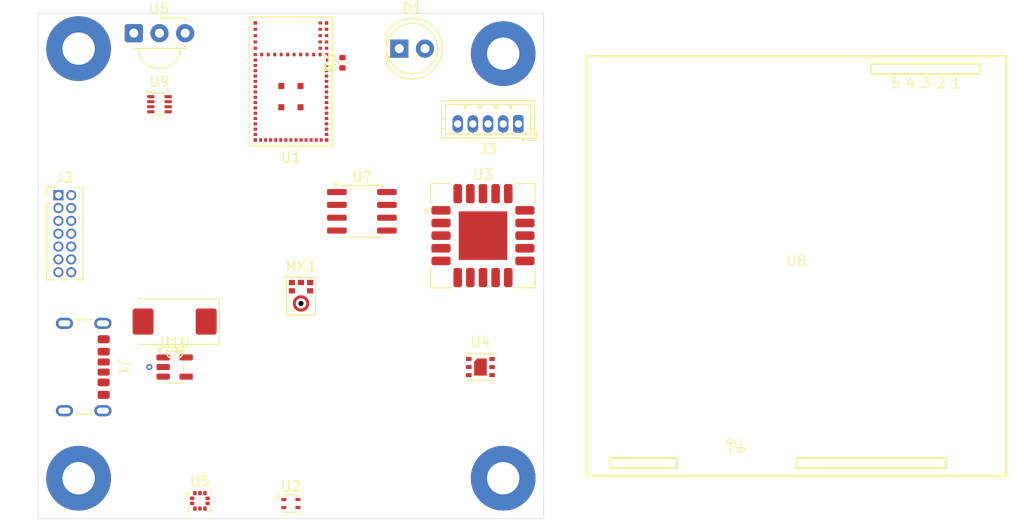
<source format=kicad_pcb>
(kicad_pcb (version 20241229) (generator "pcbnew") (generator_version "9.0")
  (layers (0 "F.Cu" signal) (4 "In1.Cu" power) (6 "In2.Cu" power) (2 "B.Cu" signal) (13 "F.Paste" user) (15 "B.Paste" user) (5 "F.SilkS" user "F.Silkscreen") (7 "B.SilkS" user "B.Silkscreen") (1 "F.Mask" user) (3 "B.Mask" user) (25 "Edge.Cuts" user))
  (net 0 "")
  (net 3 "/VBUS")
  (net 6 "+3.3V")
  (net 7 "Net-(U3-VDD-Pad19)")
  (net 8 "GND")
  (net 9 "Net-(J1-CC1)")
  (net 10 "Net-(J1-CC2)")
  (net 17 "Net-(U1-ANT_IN)")
  (net 34 "Net-(U2-VDD)")
  (net 50 "/indoor_sensors/I2S_SCK")
  (net 51 "/indoor_sensors/I2S_FS")
  (net 52 "/indoor_sensors/I2S_SD")
  (net 53 "/indoor_sensors/SPI_SCLK")
  (net 54 "/indoor_sensors/SPI_MOSI")
  (net 55 "/indoor_sensors/SPI_CS")
  (net 56 "/indoor_sensors/SPI_MISO")
  (net 57 "/indoor_MCU/VCP_TX")
  (net 58 "/indoor_MCU/SWDIO")
  (net 59 "/indoor_MCU/SWO")
  (net 60 "/indoor_MCU/SWCLK")
  (net 61 "/indoor_MCU/NRST")
  (net 62 "/indoor_MCU/VCP_RX")
  (net 63 "/indoor_MCU/ANT")
  (net 64 "/indoor_MCU/VDD_MCU")
  (net 65 "/indoor_MCU/I2S_SCK")
  (net 66 "/indoor_MCU/I2S_FS")
  (net 67 "/indoor_MCU/SPI_CS")
  (net 68 "/indoor_MCU/I2S_SD")
  (net 69 "/indoor_MCU/SPI_MISO")
  (net 70 "/indoor_MCU/SPI_SCLK")
  (net 71 "/indoor_MCU/SPI_MOSI")
  (net 72 "/indoor_MCU/BOOT0")
  (net 75 "I2C3_SCL")
  (net 76 "I2C1_SDA")
  (net 77 "I2C3_SDA")
  (net 78 "I2C1_SCL")
  (net 83 "INT_PRES")
  (net 84 "IR_IN")
  (net 85 "INT_ALS")
  (net 88 "Net-(U10-BP)")
  (net 89 "+5V")
  (footprint "LED_THT:LED_D5.0mm_Clear" (layer "F.Cu") (at 110.725 78.5)
    (property "Reference" "D1" (at 1.27 -3.96 0) (layer "F.SilkS"))
    (property "Value" "IR LED")
    (fp_line (start -1.29 -1.545) (end -1.29 1.545) (stroke (width 0.12)) (layer "F.SilkS"))
    (fp_arc (start -1.29 -1.54483) (mid 2.071779 -2.880495) (end 4.26 0) (stroke (width 0.12)) (layer "F.SilkS"))
    (fp_arc (start 4.26 0) (mid 2.071779 2.880495) (end -1.29 1.54483) (stroke (width 0.12)) (layer "F.SilkS"))
    (fp_circle (center 1.27 0) (end 3.77 0) (stroke (width 0.12)) (fill no) (layer "F.SilkS"))
    (pad "1" thru_hole rect (at 0 0) (size 1.8 1.8) (drill 0.9) (layers "*.Cu" "*.Mask"))
    (pad "2" thru_hole circle (at 2.54 0) (size 1.8 1.8) (drill 0.9) (layers "*.Cu" "*.Mask"))
  )
  (footprint "DWlib:Sensiron_SPS30" (layer "F.Cu") (at 150 100)
    (property "Reference" "U8" (at 0 -0.5 0) (layer "F.SilkS") (effects (font (thickness 0.1))))
    (property "Value" "SPS30")
    (fp_line (start -7 17.5) (end -6 17.5) (stroke (width 0.1)) (layer "F.SilkS"))
    (fp_line (start -6.5 17) (end -7 17.5) (stroke (width 0.1)) (layer "F.SilkS"))
    (fp_line (start -6.5 18.5) (end -6.5 17.5) (stroke (width 0.1)) (layer "F.SilkS"))
    (fp_line (start -6 17.5) (end -6.5 17) (stroke (width 0.1)) (layer "F.SilkS"))
    (fp_line (start -6 18) (end -5.5 18.5) (stroke (width 0.1)) (layer "F.SilkS"))
    (fp_line (start -5.5 17) (end -5.5 18) (stroke (width 0.1)) (layer "F.SilkS"))
    (fp_line (start -5.5 18.5) (end -5 18) (stroke (width 0.1)) (layer "F.SilkS"))
    (fp_line (start -5 18) (end -6 18) (stroke (width 0.1)) (layer "F.SilkS"))
    (fp_rect (start -20.75 20.75) (end 20.75 -20.75) (stroke (width 0.2)) (fill no) (layer "F.SilkS"))
    (fp_rect (start -18.4 20) (end -11.8 19) (stroke (width 0.2)) (fill no) (layer "F.SilkS"))
    (fp_rect (start 0 20) (end 14.8 19) (stroke (width 0.2)) (fill no) (layer "F.SilkS"))
    (fp_rect (start 7.4 -19) (end 18.2 -20) (stroke (width 0.2)) (fill no) (layer "F.SilkS"))
    (fp_text user "2" (at 14.3 -17.5 0) (layer "F.SilkS") (effects (justify bottom)))
    (fp_text user "3" (at 12.8 -17.5 0) (layer "F.SilkS") (effects (justify bottom)))
    (fp_text user "1" (at 15.8 -17.5 0) (layer "F.SilkS") (effects (justify bottom)))
    (fp_text user "5" (at 9.8 -17.5 0) (layer "F.SilkS") (effects (justify bottom)))
    (fp_text user "4" (at 11.3 -17.5 0) (layer "F.SilkS") (effects (justify bottom)))
  )
  (footprint "DWlib:STM32WBA5MMG" (layer "F.Cu") (at 100 81.75)
    (property "Reference" "U1" (at 0 7.5 0) (layer "F.SilkS"))
    (property "Value" "STM32WBA5MMG")
    (fp_rect (start -4.1 -6.35) (end 4.1 6.35) (stroke (width 0.15)) (fill no) (layer "F.SilkS"))
    (pad "1" smd roundrect (at -3.525 -5.785) (size 0.35 0.35) (layers "F.Cu" "F.Mask" "F.Paste") (roundrect_rratio 0.15) (net 8 "GND"))
    (pad "2" smd roundrect (at -3.525 -5.16) (size 0.35 0.3) (layers "F.Cu" "F.Mask" "F.Paste") (roundrect_rratio 0.15) (net 8 "GND"))
    (pad "3" smd roundrect (at -3.525 -4.535) (size 0.35 0.3) (layers "F.Cu" "F.Mask" "F.Paste") (roundrect_rratio 0.15) (net 8 "GND"))
    (pad "4" smd roundrect (at -3.525 -3.91) (size 0.35 0.3) (layers "F.Cu" "F.Mask" "F.Paste") (roundrect_rratio 0.15) (net 8 "GND"))
    (pad "5" smd roundrect (at -3.525 -3.285) (size 0.35 0.3) (layers "F.Cu" "F.Mask" "F.Paste") (roundrect_rratio 0.15) (net 8 "GND"))
    (pad "6" smd roundrect (at -3.525 -2.66) (size 0.35 0.3) (layers "F.Cu" "F.Mask" "F.Paste") (roundrect_rratio 0.15) (net 8 "GND"))
    (pad "7" smd roundrect (at -3.525 -2.11) (size 0.35 0.3) (layers "F.Cu" "F.Mask" "F.Paste") (roundrect_rratio 0.15))
    (pad "8" smd roundrect (at -3.525 -1.585) (size 0.35 0.3) (layers "F.Cu" "F.Mask" "F.Paste") (roundrect_rratio 0.15))
    (pad "9" smd roundrect (at -3.525 -1.06) (size 0.35 0.3) (layers "F.Cu" "F.Mask" "F.Paste") (roundrect_rratio 0.15))
    (pad "10" smd roundrect (at -3.525 -0.535) (size 0.35 0.3) (layers "F.Cu" "F.Mask" "F.Paste") (roundrect_rratio 0.15))
    (pad "11" smd roundrect (at -3.525 -0.01) (size 0.35 0.3) (layers "F.Cu" "F.Mask" "F.Paste") (roundrect_rratio 0.15))
    (pad "12" smd roundrect (at -3.525 0.515) (size 0.35 0.3) (layers "F.Cu" "F.Mask" "F.Paste") (roundrect_rratio 0.15))
    (pad "13" smd roundrect (at -3.525 1.04) (size 0.35 0.3) (layers "F.Cu" "F.Mask" "F.Paste") (roundrect_rratio 0.15))
    (pad "14" smd roundrect (at -3.525 1.565) (size 0.35 0.3) (layers "F.Cu" "F.Mask" "F.Paste") (roundrect_rratio 0.15) (net 77 "I2C3_SDA"))
    (pad "15" smd roundrect (at -3.525 2.09) (size 0.35 0.3) (layers "F.Cu" "F.Mask" "F.Paste") (roundrect_rratio 0.15) (net 75 "I2C3_SCL"))
    (pad "16" smd roundrect (at -3.525 2.615) (size 0.35 0.3) (layers "F.Cu" "F.Mask" "F.Paste") (roundrect_rratio 0.15))
    (pad "17" smd roundrect (at -3.525 3.14) (size 0.35 0.3) (layers "F.Cu" "F.Mask" "F.Paste") (roundrect_rratio 0.15))
    (pad "18" smd roundrect (at -3.525 3.665) (size 0.35 0.3) (layers "F.Cu" "F.Mask" "F.Paste") (roundrect_rratio 0.15) (net 70 "/indoor_MCU/SPI_SCLK"))
    (pad "19" smd roundrect (at -3.525 4.19) (size 0.35 0.3) (layers "F.Cu" "F.Mask" "F.Paste") (roundrect_rratio 0.15) (net 8 "GND"))
    (pad "20" smd roundrect (at -3.525 4.715) (size 0.35 0.3) (layers "F.Cu" "F.Mask" "F.Paste") (roundrect_rratio 0.15) (net 64 "/indoor_MCU/VDD_MCU"))
    (pad "21" smd roundrect (at -3.525 5.24) (size 0.35 0.3) (layers "F.Cu" "F.Mask" "F.Paste") (roundrect_rratio 0.15) (net 8 "GND"))
    (pad "22" smd roundrect (at -3.525 5.79) (size 0.35 0.35) (layers "F.Cu" "F.Mask" "F.Paste") (roundrect_rratio 0.15) (net 64 "/indoor_MCU/VDD_MCU"))
    (pad "23" smd roundrect (at -3 5.79) (size 0.3 0.35) (layers "F.Cu" "F.Mask" "F.Paste") (roundrect_rratio 0.15) (net 8 "GND"))
    (pad "24" smd roundrect (at -2.5 5.79) (size 0.3 0.35) (layers "F.Cu" "F.Mask" "F.Paste") (roundrect_rratio 0.15))
    (pad "25" smd roundrect (at -2 5.79) (size 0.3 0.35) (layers "F.Cu" "F.Mask" "F.Paste") (roundrect_rratio 0.15))
    (pad "26" smd roundrect (at -1.5 5.79) (size 0.3 0.35) (layers "F.Cu" "F.Mask" "F.Paste") (roundrect_rratio 0.15) (net 69 "/indoor_MCU/SPI_MISO"))
    (pad "27" smd roundrect (at -1 5.79) (size 0.3 0.35) (layers "F.Cu" "F.Mask" "F.Paste") (roundrect_rratio 0.15) (net 67 "/indoor_MCU/SPI_CS"))
    (pad "28" smd roundrect (at -0.5 5.79) (size 0.3 0.35) (layers "F.Cu" "F.Mask" "F.Paste") (roundrect_rratio 0.15))
    (pad "29" smd roundrect (at 0 5.79) (size 0.3 0.35) (layers "F.Cu" "F.Mask" "F.Paste") (roundrect_rratio 0.15) (net 71 "/indoor_MCU/SPI_MOSI"))
    (pad "30" smd roundrect (at 0.5 5.79) (size 0.3 0.35) (layers "F.Cu" "F.Mask" "F.Paste") (roundrect_rratio 0.15) (net 65 "/indoor_MCU/I2S_SCK"))
    (pad "31" smd roundrect (at 1 5.79) (size 0.3 0.35) (layers "F.Cu" "F.Mask" "F.Paste") (roundrect_rratio 0.15) (net 68 "/indoor_MCU/I2S_SD"))
    (pad "32" smd roundrect (at 1.5 5.79) (size 0.3 0.35) (layers "F.Cu" "F.Mask" "F.Paste") (roundrect_rratio 0.15) (net 59 "/indoor_MCU/SWO"))
    (pad "33" smd roundrect (at 2 5.79) (size 0.3 0.35) (layers "F.Cu" "F.Mask" "F.Paste") (roundrect_rratio 0.15) (net 66 "/indoor_MCU/I2S_FS"))
    (pad "34" smd roundrect (at 2.5 5.79) (size 0.3 0.35) (layers "F.Cu" "F.Mask" "F.Paste") (roundrect_rratio 0.15))
    (pad "35" smd roundrect (at 3 5.79) (size 0.3 0.35) (layers "F.Cu" "F.Mask" "F.Paste") (roundrect_rratio 0.15))
    (pad "36" smd roundrect (at 3.525 5.79) (size 0.35 0.35) (layers "F.Cu" "F.Mask" "F.Paste") (roundrect_rratio 0.15) (net 8 "GND"))
    (pad "37" smd roundrect (at 3.525 5.24) (size 0.35 0.3) (layers "F.Cu" "F.Mask" "F.Paste") (roundrect_rratio 0.15) (net 60 "/indoor_MCU/SWCLK"))
    (pad "38" smd roundrect (at 3.525 4.715) (size 0.35 0.3) (layers "F.Cu" "F.Mask" "F.Paste") (roundrect_rratio 0.15) (net 58 "/indoor_MCU/SWDIO"))
    (pad "39" smd roundrect (at 3.525 4.19) (size 0.35 0.3) (layers "F.Cu" "F.Mask" "F.Paste") (roundrect_rratio 0.15) (net 57 "/indoor_MCU/VCP_TX"))
    (pad "40" smd roundrect (at 3.525 3.665) (size 0.35 0.3) (layers "F.Cu" "F.Mask" "F.Paste") (roundrect_rratio 0.15) (net 62 "/indoor_MCU/VCP_RX"))
    (pad "41" smd roundrect (at 3.525 3.14) (size 0.35 0.3) (layers "F.Cu" "F.Mask" "F.Paste") (roundrect_rratio 0.15) (net 78 "I2C1_SCL"))
    (pad "42" smd roundrect (at 3.525 2.615) (size 0.35 0.3) (layers "F.Cu" "F.Mask" "F.Paste") (roundrect_rratio 0.15) (net 76 "I2C1_SDA"))
    (pad "43" smd roundrect (at 3.525 2.09) (size 0.35 0.3) (layers "F.Cu" "F.Mask" "F.Paste") (roundrect_rratio 0.15))
    (pad "44" smd roundrect (at 3.525 1.565) (size 0.35 0.3) (layers "F.Cu" "F.Mask" "F.Paste") (roundrect_rratio 0.15))
    (pad "45" smd roundrect (at 3.525 1.04) (size 0.35 0.3) (layers "F.Cu" "F.Mask" "F.Paste") (roundrect_rratio 0.15) (net 8 "GND"))
    (pad "46" smd roundrect (at 3.525 0.515) (size 0.35 0.3) (layers "F.Cu" "F.Mask" "F.Paste") (roundrect_rratio 0.15) (net 72 "/indoor_MCU/BOOT0"))
    (pad "47" smd roundrect (at 3.525 -0.01) (size 0.35 0.3) (layers "F.Cu" "F.Mask" "F.Paste") (roundrect_rratio 0.15) (net 8 "GND"))
    (pad "48" smd roundrect (at 3.525 -0.535) (size 0.35 0.3) (layers "F.Cu" "F.Mask" "F.Paste") (roundrect_rratio 0.15) (net 61 "/indoor_MCU/NRST"))
    (pad "49" smd roundrect (at 3.525 -1.06) (size 0.35 0.3) (layers "F.Cu" "F.Mask" "F.Paste") (roundrect_rratio 0.15) (net 8 "GND"))
    (pad "50" smd roundrect (at 3.525 -1.585) (size 0.35 0.3) (layers "F.Cu" "F.Mask" "F.Paste") (roundrect_rratio 0.15) (net 63 "/indoor_MCU/ANT"))
    (pad "51" smd roundrect (at 3.525 -2.11) (size 0.35 0.3) (layers "F.Cu" "F.Mask" "F.Paste") (roundrect_rratio 0.15) (net 17 "Net-(U1-ANT_IN)"))
    (pad "52" smd roundrect (at 3.525 -2.66) (size 0.35 0.3) (layers "F.Cu" "F.Mask" "F.Paste") (roundrect_rratio 0.15) (net 8 "GND"))
    (pad "53" smd roundrect (at 3.525 -3.285) (size 0.35 0.3) (layers "F.Cu" "F.Mask" "F.Paste") (roundrect_rratio 0.15) (net 8 "GND"))
    (pad "54" smd roundrect (at 3.525 -3.91) (size 0.35 0.3) (layers "F.Cu" "F.Mask" "F.Paste") (roundrect_rratio 0.15) (net 8 "GND"))
    (pad "55" smd roundrect (at 3.525 -4.535) (size 0.35 0.3) (layers "F.Cu" "F.Mask" "F.Paste") (roundrect_rratio 0.15) (net 8 "GND"))
    (pad "56" smd roundrect (at 3.525 -5.16) (size 0.35 0.3) (layers "F.Cu" "F.Mask" "F.Paste") (roundrect_rratio 0.15) (net 8 "GND"))
    (pad "57" smd roundrect (at 3.525 -5.785) (size 0.35 0.35) (layers "F.Cu" "F.Mask" "F.Paste") (roundrect_rratio 0.15) (net 8 "GND"))
    (pad "58" smd roundrect (at 2.9 -5.785) (size 0.35 0.3) (layers "F.Cu" "F.Mask" "F.Paste") (roundrect_rratio 0.15) (net 8 "GND"))
    (pad "59" smd roundrect (at 2.9 -5.16) (size 0.35 0.3) (layers "F.Cu" "F.Mask" "F.Paste") (roundrect_rratio 0.15) (net 8 "GND"))
    (pad "60" smd roundrect (at 2.9 -4.535) (size 0.35 0.3) (layers "F.Cu" "F.Mask" "F.Paste") (roundrect_rratio 0.15) (net 8 "GND"))
    (pad "61" smd roundrect (at 2.9 -3.91) (size 0.35 0.3) (layers "F.Cu" "F.Mask" "F.Paste") (roundrect_rratio 0.15) (net 8 "GND"))
    (pad "62" smd roundrect (at 2.9 -3.285) (size 0.35 0.3) (layers "F.Cu" "F.Mask" "F.Paste") (roundrect_rratio 0.15) (net 8 "GND"))
    (pad "63" smd roundrect (at 2.884 -2.66) (size 0.3 0.35) (layers "F.Cu" "F.Mask" "F.Paste") (roundrect_rratio 0.15) (net 8 "GND"))
    (pad "64" smd roundrect (at 2.243 -2.66) (size 0.3 0.35) (layers "F.Cu" "F.Mask" "F.Paste") (roundrect_rratio 0.15) (net 8 "GND"))
    (pad "65" smd roundrect (at 1.602 -2.66) (size 0.3 0.35) (layers "F.Cu" "F.Mask" "F.Paste") (roundrect_rratio 0.15) (net 8 "GND"))
    (pad "66" smd roundrect (at 0.961 -2.66) (size 0.3 0.35) (layers "F.Cu" "F.Mask" "F.Paste") (roundrect_rratio 0.15) (net 8 "GND"))
    (pad "67" smd roundrect (at 0.32 -2.66) (size 0.3 0.35) (layers "F.Cu" "F.Mask" "F.Paste") (roundrect_rratio 0.15) (net 8 "GND"))
    (pad "68" smd roundrect (at -0.32 -2.66) (size 0.3 0.35) (layers "F.Cu" "F.Mask" "F.Paste") (roundrect_rratio 0.15) (net 8 "GND"))
    (pad "69" smd roundrect (at -0.961 -2.66) (size 0.3 0.35) (layers "F.Cu" "F.Mask" "F.Paste") (roundrect_rratio 0.15) (net 8 "GND"))
    (pad "70" smd roundrect (at -1.602 -2.66) (size 0.3 0.35) (layers "F.Cu" "F.Mask" "F.Paste") (roundrect_rratio 0.15) (net 8 "GND"))
    (pad "71" smd roundrect (at -2.243 -2.66) (size 0.3 0.35) (layers "F.Cu" "F.Mask" "F.Paste") (roundrect_rratio 0.15) (net 8 "GND"))
    (pad "72" smd roundrect (at -2.884 -2.66) (size 0.3 0.35) (layers "F.Cu" "F.Mask" "F.Paste") (roundrect_rratio 0.15) (net 8 "GND"))
    (pad "73" smd roundrect (at 0.95 0.45) (size 0.6 0.6) (layers "F.Cu" "F.Mask" "F.Paste") (roundrect_rratio 0.1) (net 8 "GND"))
    (pad "74" smd roundrect (at 0.95 2.55) (size 0.6 0.6) (layers "F.Cu" "F.Mask" "F.Paste") (roundrect_rratio 0.1) (net 8 "GND"))
    (pad "75" smd roundrect (at -0.95 2.55) (size 0.6 0.6) (layers "F.Cu" "F.Mask" "F.Paste") (roundrect_rratio 0.1) (net 8 "GND"))
    (pad "76" smd roundrect (at -0.95 0.45) (size 0.6 0.6) (layers "F.Cu" "F.Mask" "F.Paste") (roundrect_rratio 0.1) (net 8 "GND"))
  )
  (footprint "MountingHole:MountingHole_3.2mm_M3_Pad" (layer "F.Cu") (at 79 78.5)
    (property "Reference" "REF**" (hide yes))
    (property "Value" "MountingHole_3.2mm_M3_Pad" (hide yes))
    (pad "1" thru_hole circle (at 0 0) (size 6.4 6.4) (drill 3.2) (layers "*.Cu" "*.Mask"))
  )
  (footprint "Connector_PinHeader_1.27mm:PinHeader_2x07_P1.27mm_Vertical" (layer "F.Cu") (at 77 93)
    (property "Reference" "J2" (at 0.635 -1.745 0) (layer "F.SilkS"))
    (property "Value" "Conn_ST_STDC14")
    (fp_line (start -1.18 -0.81) (end 0 -0.81) (stroke (width 0.12)) (layer "F.SilkS"))
    (fp_line (start -1.18 0) (end -1.18 -0.81) (stroke (width 0.12)) (layer "F.SilkS"))
    (fp_line (start -1.18 0.81) (end -1.18 8.365) (stroke (width 0.12)) (layer "F.SilkS"))
    (fp_line (start -1.18 0.81) (end -0.666708 0.81) (stroke (width 0.12)) (layer "F.SilkS"))
    (fp_line (start -1.18 8.365) (end -0.317923 8.365) (stroke (width 0.12)) (layer "F.SilkS"))
    (fp_line (start 0.317923 8.365) (end 0.952077 8.365) (stroke (width 0.12)) (layer "F.SilkS"))
    (fp_line (start 1.587923 -0.745) (end 2.45 -0.745) (stroke (width 0.12)) (layer "F.SilkS"))
    (fp_line (start 1.587923 8.365) (end 2.45 8.365) (stroke (width 0.12)) (layer "F.SilkS"))
    (fp_line (start 2.45 -0.745) (end 2.45 8.365) (stroke (width 0.12)) (layer "F.SilkS"))
    (pad "1" thru_hole rect (at 0 0) (size 1 1) (drill 0.65) (layers "*.Cu" "*.Mask"))
    (pad "2" thru_hole circle (at 1.27 0) (size 1 1) (drill 0.65) (layers "*.Cu" "*.Mask"))
    (pad "3" thru_hole circle (at 0 1.27) (size 1 1) (drill 0.65) (layers "*.Cu" "*.Mask") (net 6 "+3.3V"))
    (pad "4" thru_hole circle (at 1.27 1.27) (size 1 1) (drill 0.65) (layers "*.Cu" "*.Mask") (net 58 "/indoor_MCU/SWDIO"))
    (pad "5" thru_hole circle (at 0 2.54) (size 1 1) (drill 0.65) (layers "*.Cu" "*.Mask") (net 8 "GND"))
    (pad "6" thru_hole circle (at 1.27 2.54) (size 1 1) (drill 0.65) (layers "*.Cu" "*.Mask") (net 60 "/indoor_MCU/SWCLK"))
    (pad "7" thru_hole circle (at 0 3.81) (size 1 1) (drill 0.65) (layers "*.Cu" "*.Mask") (net 8 "GND"))
    (pad "8" thru_hole circle (at 1.27 3.81) (size 1 1) (drill 0.65) (layers "*.Cu" "*.Mask") (net 59 "/indoor_MCU/SWO"))
    (pad "9" thru_hole circle (at 0 5.08) (size 1 1) (drill 0.65) (layers "*.Cu" "*.Mask"))
    (pad "10" thru_hole circle (at 1.27 5.08) (size 1 1) (drill 0.65) (layers "*.Cu" "*.Mask"))
    (pad "11" thru_hole circle (at 0 6.35) (size 1 1) (drill 0.65) (layers "*.Cu" "*.Mask") (net 8 "GND"))
    (pad "12" thru_hole circle (at 1.27 6.35) (size 1 1) (drill 0.65) (layers "*.Cu" "*.Mask") (net 61 "/indoor_MCU/NRST"))
    (pad "13" thru_hole circle (at 0 7.62) (size 1 1) (drill 0.65) (layers "*.Cu" "*.Mask") (net 62 "/indoor_MCU/VCP_RX"))
    (pad "14" thru_hole circle (at 1.27 7.62) (size 1 1) (drill 0.65) (layers "*.Cu" "*.Mask") (net 57 "/indoor_MCU/VCP_TX"))
  )
  (footprint "Connector_USB:USB_C_Receptacle_GCT_USB4125-xx-x-0190_6P_TopMnt_Horizontal" (layer "F.Cu") (at 78.4 110 -90)
    (property "Reference" "J1" (at 0 -5.1 270) (layer "F.SilkS"))
    (property "Value" "USB4125-GF-A")
    (fp_line (start -4.67 -0.25) (end -4.67 -1.95) (stroke (width 0.12)) (layer "F.SilkS"))
    (fp_line (start 4.67 -0.25) (end 4.67 -1.95) (stroke (width 0.12)) (layer "F.SilkS"))
    (pad "A5" smd roundrect (at -0.5 -3.08 270) (size 0.7 1.2) (layers "F.Cu" "F.Mask" "F.Paste") (net 9 "Net-(J1-CC1)"))
    (pad "A9" smd roundrect (at 1.52 -3.08 90) (size 0.76 1.2) (layers "F.Cu" "F.Mask" "F.Paste") (net 3 "/VBUS"))
    (pad "A12" smd roundrect (at 2.75 -3.08 90) (size 0.8 1.2) (layers "F.Cu" "F.Mask" "F.Paste") (net 8 "GND"))
    (pad "B5" smd roundrect (at 0.5 -3.08 90) (size 0.7 1.2) (layers "F.Cu" "F.Mask" "F.Paste") (net 10 "Net-(J1-CC2)"))
    (pad "B9" smd roundrect (at -1.52 -3.08 270) (size 0.76 1.2) (layers "F.Cu" "F.Mask" "F.Paste") (net 3 "/VBUS"))
    (pad "B12" smd roundrect (at -2.75 -3.08 270) (size 0.8 1.2) (layers "F.Cu" "F.Mask" "F.Paste") (net 8 "GND"))
    (pad "S1" thru_hole oval (at -4.32 -3 270) (size 1.1 1.7) (drill oval 0.6 1.2) (property pad_prop_heatsink) (layers "*.Cu" "*.Mask" "F.Paste") (net 8 "GND"))
    (pad "S1" thru_hole oval (at -4.32 0.8 270) (size 1.1 1.7) (drill oval 0.6 1.2) (property pad_prop_heatsink) (layers "*.Cu" "*.Mask" "F.Paste") (net 8 "GND"))
    (pad "S1" thru_hole oval (at 4.32 -3 270) (size 1.1 1.7) (drill oval 0.6 1.2) (property pad_prop_heatsink) (layers "*.Cu" "*.Mask" "F.Paste") (net 8 "GND"))
    (pad "S1" thru_hole oval (at 4.32 0.8 270) (size 1.1 1.7) (drill oval 0.6 1.2) (property pad_prop_heatsink) (layers "*.Cu" "*.Mask" "F.Paste") (net 8 "GND"))
  )
  (footprint "MountingHole:MountingHole_3.2mm_M3_Pad" (layer "F.Cu") (at 121 79)
    (property "Reference" "REF**" (hide yes))
    (property "Value" "MountingHole_3.2mm_M3_Pad" (hide yes))
    (pad "1" thru_hole circle (at 0 0) (size 6.4 6.4) (drill 3.2) (layers "*.Cu" "*.Mask"))
  )
  (footprint "Sensor:Sensirion_SCD4x-1EP_10.1x10.1mm_P1.25mm_EP4.8x4.8mm" (layer "F.Cu") (at 119 97)
    (property "Reference" "U3" (at 0 -6.05 0) (layer "F.SilkS"))
    (property "Value" "SCD41-D-R2")
    (fp_line (start -5.16 -5.16) (end -3.185 -5.16) (stroke (width 0.12)) (layer "F.SilkS"))
    (fp_line (start -5.16 -3.185) (end -5.16 -5.16) (stroke (width 0.12)) (layer "F.SilkS"))
    (fp_line (start -5.16 5.16) (end -5.16 3.185) (stroke (width 0.12)) (layer "F.SilkS"))
    (fp_line (start -3.185 5.16) (end -5.16 5.16) (stroke (width 0.12)) (layer "F.SilkS"))
    (fp_line (start 3.185 -5.16) (end 5.16 -5.16) (stroke (width 0.12)) (layer "F.SilkS"))
    (fp_line (start 5.16 -5.16) (end 5.16 -3.185) (stroke (width 0.12)) (layer "F.SilkS"))
    (fp_line (start 5.16 3.185) (end 5.16 5.16) (stroke (width 0.12)) (layer "F.SilkS"))
    (fp_line (start 5.16 5.16) (end 3.185 5.16) (stroke (width 0.12)) (layer "F.SilkS"))
    (fp_poly (pts (xy -5.36 -2.5) (xy -5.69 -2.26) (xy -5.69 -2.74)) (stroke (width 0.12)) (fill yes) (layer "F.SilkS"))
    (pad "1" smd roundrect (at -4.15 -2.5) (size 1.9 0.85) (layers "F.Cu" "F.Mask" "F.Paste"))
    (pad "2" smd roundrect (at -4.15 -1.25) (size 1.9 0.85) (layers "F.Cu" "F.Mask" "F.Paste"))
    (pad "3" smd roundrect (at -4.15 0) (size 1.9 0.85) (layers "F.Cu" "F.Mask" "F.Paste"))
    (pad "4" smd roundrect (at -4.15 1.25) (size 1.9 0.85) (layers "F.Cu" "F.Mask" "F.Paste"))
    (pad "5" smd roundrect (at -4.15 2.5) (size 1.9 0.85) (layers "F.Cu" "F.Mask" "F.Paste"))
    (pad "6" smd roundrect (at -2.5 4.15) (size 0.85 1.9) (layers "F.Cu" "F.Mask" "F.Paste") (net 8 "GND"))
    (pad "7" smd roundrect (at -1.25 4.15) (size 0.85 1.9) (layers "F.Cu" "F.Mask" "F.Paste") (net 7 "Net-(U3-VDD-Pad19)"))
    (pad "8" smd roundrect (at 0 4.15) (size 0.85 1.9) (layers "F.Cu" "F.Mask" "F.Paste"))
    (pad "9" smd roundrect (at 1.25 4.15) (size 0.85 1.9) (layers "F.Cu" "F.Mask" "F.Paste"))
    (pad "10" smd roundrect (at 2.5 4.15) (size 0.85 1.9) (layers "F.Cu" "F.Mask" "F.Paste"))
    (pad "11" smd roundrect (at 4.15 2.5) (size 1.9 0.85) (layers "F.Cu" "F.Mask" "F.Paste"))
    (pad "12" smd roundrect (at 4.15 1.25) (size 1.9 0.85) (layers "F.Cu" "F.Mask" "F.Paste"))
    (pad "13" smd roundrect (at 4.15 0) (size 1.9 0.85) (layers "F.Cu" "F.Mask" "F.Paste"))
    (pad "14" smd roundrect (at 4.15 -1.25) (size 1.9 0.85) (layers "F.Cu" "F.Mask" "F.Paste"))
    (pad "15" smd roundrect (at 4.15 -2.5) (size 1.9 0.85) (layers "F.Cu" "F.Mask" "F.Paste"))
    (pad "16" smd roundrect (at 2.5 -4.15) (size 0.85 1.9) (layers "F.Cu" "F.Mask" "F.Paste"))
    (pad "17" smd roundrect (at 1.25 -4.15) (size 0.85 1.9) (layers "F.Cu" "F.Mask" "F.Paste"))
    (pad "18" smd roundrect (at 0 -4.15) (size 0.85 1.9) (layers "F.Cu" "F.Mask" "F.Paste"))
    (pad "19" smd roundrect (at -1.25 -4.15) (size 0.85 1.9) (layers "F.Cu" "F.Mask" "F.Paste") (net 7 "Net-(U3-VDD-Pad19)"))
    (pad "20" smd roundrect (at -2.5 -4.15) (size 0.85 1.9) (layers "F.Cu" "F.Mask" "F.Paste") (net 8 "GND"))
    (pad "21" smd rect (at 0 0) (size 4.8 4.8) (property pad_prop_heatsink) (layers "F.Cu" "F.Mask") (net 8 "GND"))
  )
  (footprint "DWlib:TI_SOT-5X3_OPT4001DTSR" (layer "F.Cu") (at 87 84)
    (property "Reference" "U9" (at 0 -2.25 0) (layer "F.SilkS"))
    (property "Value" "OPT4001DTSR")
    (fp_line (start -0.6 -1.1) (end 0.6 -1.1) (stroke (width 0.15)) (layer "F.SilkS"))
    (fp_line (start -0.6 1.1) (end 0.6 1.1) (stroke (width 0.15)) (layer "F.SilkS"))
    (fp_poly (pts (xy -0.771374 -1.25) (xy -1.021374 -1) (xy -1.271374 -1.25)) (stroke (width 0.1)) (fill yes) (layer "F.SilkS"))
    (pad "1" smd roundrect (at -0.86 -0.75) (size 0.72 0.3) (layers "F.Cu" "F.Mask" "F.Paste"))
    (pad "2" smd roundrect (at -0.86 -0.25) (size 0.72 0.3) (layers "F.Cu" "F.Mask" "F.Paste"))
    (pad "3" smd roundrect (at -0.86 0.25) (size 0.72 0.3) (layers "F.Cu" "F.Mask" "F.Paste"))
    (pad "4" smd roundrect (at -0.86 0.75) (size 0.72 0.3) (layers "F.Cu" "F.Mask" "F.Paste") (net 8 "GND"))
    (pad "5" smd roundrect (at 0.86 0.75) (size 0.72 0.3) (layers "F.Cu" "F.Mask" "F.Paste"))
    (pad "6" smd roundrect (at 0.86 0.25) (size 0.72 0.3) (layers "F.Cu" "F.Mask" "F.Paste"))
    (pad "7" smd roundrect (at 0.86 -0.25) (size 0.72 0.3) (layers "F.Cu" "F.Mask" "F.Paste") (net 85 "INT_ALS"))
    (pad "8" smd roundrect (at 0.86 -0.75) (size 0.72 0.3) (layers "F.Cu" "F.Mask" "F.Paste"))
  )
  (footprint "Capacitor_Tantalum_SMD:CP_EIA-7343-31_Kemet-D" (layer "F.Cu") (at 88.5 105.5 180)
    (property "Reference" "C9" (at 0 -3.1 0) (layer "F.SilkS"))
    (property "Value" "47u")
    (fp_line (start 3.65 -2.26) (end -4.415 -2.26) (stroke (width 0.12)) (layer "F.SilkS"))
    (fp_line (start -4.415 2.26) (end 3.65 2.26) (stroke (width 0.12)) (layer "F.SilkS"))
    (fp_line (start -4.415 -2.26) (end -4.415 2.26) (stroke (width 0.12)) (layer "F.SilkS"))
    (pad "1" smd roundrect (at -3.12 0 180) (size 2.07 2.59) (layers "F.Cu" "F.Mask" "F.Paste") (roundrect_rratio 0.120773) (net 6 "+3.3V"))
    (pad "2" smd roundrect (at 3.12 0 180) (size 2.07 2.59) (layers "F.Cu" "F.Mask" "F.Paste") (roundrect_rratio 0.120773) (net 8 "GND"))
  )
  (footprint "Sensor_Humidity:Sensirion_DFN-4_1.5x1.5mm_P0.8mm_SHT4x_NoCentralPad" (layer "F.Cu") (at 100 123.5)
    (property "Reference" "U2" (at 0 -1.7 0) (layer "F.SilkS"))
    (property "Value" "SHT45-AD1F")
    (fp_line (start -0.75 -0.86) (end 0.75 -0.86) (stroke (width 0.12)) (layer "F.SilkS"))
    (fp_line (start -0.75 0.86) (end 0.75 0.86) (stroke (width 0.12)) (layer "F.SilkS"))
    (fp_poly (pts (xy -1.2 -0.6) (xy -1.48 -0.6) (xy -1.2 -0.88) (xy -1.2 -0.6)) (stroke (width 0.12)) (fill yes) (layer "F.SilkS"))
    (pad "1" smd rect (at -0.7 -0.4) (size 0.5 0.3) (layers "F.Cu" "F.Mask" "F.Paste") (net 76 "I2C1_SDA"))
    (pad "2" smd rect (at -0.7 0.4) (size 0.5 0.3) (layers "F.Cu" "F.Mask" "F.Paste") (net 78 "I2C1_SCL"))
    (pad "3" smd rect (at 0.7 0.4) (size 0.5 0.3) (layers "F.Cu" "F.Mask" "F.Paste") (net 34 "Net-(U2-VDD)"))
    (pad "4" smd rect (at 0.7 -0.4) (size 0.5 0.3) (layers "F.Cu" "F.Mask" "F.Paste") (net 8 "GND"))
  )
  (footprint "Package_LGA:ST_HLGA-10_2x2mm_P0.5mm_LayoutBorder3x2y" (layer "F.Cu") (at 91 123.2375)
    (property "Reference" "U5" (at 0 -1.95 0) (layer "F.SilkS"))
    (property "Value" "LPS22DF")
    (fp_line (start -1.11 1.11) (end -1.11 0.685) (stroke (width 0.12)) (layer "F.SilkS"))
    (fp_line (start -1.092261 -1.11) (end -0.935 -1.11) (stroke (width 0.12)) (layer "F.SilkS"))
    (fp_line (start -0.935 1.11) (end -1.11 1.11) (stroke (width 0.12)) (layer "F.SilkS"))
    (fp_line (start 0.935 -1.11) (end 1.11 -1.11) (stroke (width 0.12)) (layer "F.SilkS"))
    (fp_line (start 1.11 -1.11) (end 1.11 -0.685) (stroke (width 0.12)) (layer "F.SilkS"))
    (fp_line (start 1.11 0.685) (end 1.11 1.11) (stroke (width 0.12)) (layer "F.SilkS"))
    (fp_line (start 1.11 1.11) (end 0.935 1.11) (stroke (width 0.12)) (layer "F.SilkS"))
    (fp_poly (pts (xy -1.14 -0.59) (xy -1.42 -0.59) (xy -1.14 -0.87)) (stroke (width 0.12)) (fill yes) (layer "F.SilkS"))
    (pad "1" smd roundrect (at -0.7625 -0.25) (size 0.425 0.35) (layers "F.Cu" "F.Mask" "F.Paste"))
    (pad "2" smd roundrect (at -0.7625 0.25) (size 0.425 0.35) (layers "F.Cu" "F.Mask" "F.Paste") (net 53 "/indoor_sensors/SPI_SCLK"))
    (pad "3" smd roundrect (at -0.5 0.7625) (size 0.35 0.425) (layers "F.Cu" "F.Mask" "F.Paste") (net 8 "GND"))
    (pad "4" smd roundrect (at 0 0.7625) (size 0.35 0.425) (layers "F.Cu" "F.Mask" "F.Paste") (net 54 "/indoor_sensors/SPI_MOSI"))
    (pad "5" smd roundrect (at 0.5 0.7625) (size 0.35 0.425) (layers "F.Cu" "F.Mask" "F.Paste") (net 56 "/indoor_sensors/SPI_MISO"))
    (pad "6" smd roundrect (at 0.7625 0.25) (size 0.425 0.35) (layers "F.Cu" "F.Mask" "F.Paste") (net 55 "/indoor_sensors/SPI_CS"))
    (pad "7" smd roundrect (at 0.7625 -0.25) (size 0.425 0.35) (layers "F.Cu" "F.Mask" "F.Paste") (net 83 "INT_PRES"))
    (pad "8" smd roundrect (at 0.5 -0.7625) (size 0.35 0.425) (layers "F.Cu" "F.Mask" "F.Paste") (net 8 "GND"))
    (pad "9" smd roundrect (at 0 -0.7625) (size 0.35 0.425) (layers "F.Cu" "F.Mask" "F.Paste") (net 8 "GND"))
    (pad "10" smd roundrect (at -0.5 -0.7625) (size 0.35 0.425) (layers "F.Cu" "F.Mask" "F.Paste"))
  )
  (footprint "OptoDevice:Vishay_MINICAST-3Pin" (layer "F.Cu") (at 84.46 76.975)
    (property "Reference" "U6" (at 2.5 -2.4 180) (layer "F.SilkS"))
    (property "Value" "TSOP38436")
    (fp_line (start 5.14 -1.51) (end 2.54 -1.51) (stroke (width 0.12)) (layer "F.SilkS"))
    (fp_line (start 5.14 -1.16) (end 5.14 -1.51) (stroke (width 0.12)) (layer "F.SilkS"))
    (fp_line (start 5.14 1.16) (end 5.14 1.5) (stroke (width 0.12)) (layer "F.SilkS"))
    (fp_line (start 5.14 1.5) (end 0.05 1.5) (stroke (width 0.12)) (layer "F.SilkS"))
    (fp_arc (start 4.64 1.5) (mid 2.540869 3.502379) (end 0.440083 1.501736) (stroke (width 0.12)) (layer "F.SilkS"))
    (pad "1" thru_hole roundrect (at 0 0) (size 1.8 1.8) (drill 0.9) (layers "*.Cu" "*.Mask") (roundrect_rratio 0.139) (net 84 "IR_IN"))
    (pad "2" thru_hole circle (at 2.54 0) (size 1.8 1.8) (drill 0.9) (layers "*.Cu" "*.Mask") (net 8 "GND"))
    (pad "3" thru_hole circle (at 5.08 0) (size 1.8 1.8) (drill 0.9) (layers "*.Cu" "*.Mask"))
  )
  (footprint "MountingHole:MountingHole_3.2mm_M3_Pad" (layer "F.Cu") (at 79 121)
    (property "Reference" "REF**" (hide yes))
    (property "Value" "MountingHole_3.2mm_M3_Pad" (hide yes))
    (pad "1" thru_hole circle (at 0 0) (size 6.4 6.4) (drill 3.2) (layers "*.Cu" "*.Mask"))
  )
  (footprint "MountingHole:MountingHole_3.2mm_M3_Pad" (layer "F.Cu") (at 121 121)
    (property "Reference" "REF**" (hide yes))
    (property "Value" "MountingHole_3.2mm_M3_Pad" (hide yes))
    (pad "1" thru_hole circle (at 0 0) (size 6.4 6.4) (drill 3.2) (layers "*.Cu" "*.Mask"))
  )
  (footprint "Package_SO:SOIC-8_3.9x4.9mm_P1.27mm" (layer "F.Cu") (at 107.025 94.595)
    (property "Reference" "U7" (at 0 -3.4 0) (layer "F.SilkS"))
    (property "Value" "FM24CL16B")
    (fp_line (start -2.06 -2.56) (end 2.06 -2.56) (stroke (width 0.12)) (layer "F.SilkS"))
    (fp_line (start -2.06 -2.465) (end -2.06 -2.56) (stroke (width 0.12)) (layer "F.SilkS"))
    (fp_line (start -2.06 2.56) (end -2.06 2.465) (stroke (width 0.12)) (layer "F.SilkS"))
    (fp_line (start 2.06 -2.56) (end 2.06 -2.465) (stroke (width 0.12)) (layer "F.SilkS"))
    (fp_line (start 2.06 2.465) (end 2.06 2.56) (stroke (width 0.12)) (layer "F.SilkS"))
    (fp_line (start 2.06 2.56) (end -2.06 2.56) (stroke (width 0.12)) (layer "F.SilkS"))
    (fp_poly (pts (xy -2.6 -2.47) (xy -2.84 -2.8) (xy -2.36 -2.8)) (stroke (width 0.12)) (fill yes) (layer "F.SilkS"))
    (pad "1" smd roundrect (at -2.475 -1.905) (size 1.95 0.6) (layers "F.Cu" "F.Mask" "F.Paste"))
    (pad "2" smd roundrect (at -2.475 -0.635) (size 1.95 0.6) (layers "F.Cu" "F.Mask" "F.Paste"))
    (pad "3" smd roundrect (at -2.475 0.635) (size 1.95 0.6) (layers "F.Cu" "F.Mask" "F.Paste"))
    (pad "4" smd roundrect (at -2.475 1.905) (size 1.95 0.6) (layers "F.Cu" "F.Mask" "F.Paste") (net 8 "GND"))
    (pad "5" smd roundrect (at 2.475 1.905) (size 1.95 0.6) (layers "F.Cu" "F.Mask" "F.Paste") (net 76 "I2C1_SDA"))
    (pad "6" smd roundrect (at 2.475 0.635) (size 1.95 0.6) (layers "F.Cu" "F.Mask" "F.Paste") (net 78 "I2C1_SCL"))
    (pad "7" smd roundrect (at 2.475 -0.635) (size 1.95 0.6) (layers "F.Cu" "F.Mask" "F.Paste"))
    (pad "8" smd roundrect (at 2.475 -1.905) (size 1.95 0.6) (layers "F.Cu" "F.Mask" "F.Paste"))
  )
  (footprint "DWlib:Sensirion_DFN-6-1EP_2.44x2.44mm_P0.5mm_EP1.25x1.7mm_SGP4x" (layer "F.Cu") (at 118.75 110)
    (property "Reference" "U4" (at 0 -2.5 0) (layer "F.SilkS"))
    (property "Value" "SGP41")
    (fp_line (start -1.3 -1.3) (end 1.3 -1.3) (stroke (width 0.12)) (layer "F.SilkS"))
    (fp_line (start -1.3 -1.15) (end -1.3 -1.3) (stroke (width 0.12)) (layer "F.SilkS"))
    (fp_line (start -1.3 1.15) (end -1.3 1.3) (stroke (width 0.12)) (layer "F.SilkS"))
    (fp_line (start -1.3 1.3) (end 1.3 1.3) (stroke (width 0.12)) (layer "F.SilkS"))
    (fp_line (start 1.3 -1.3) (end 1.3 -1.15) (stroke (width 0.12)) (layer "F.SilkS"))
    (fp_line (start 1.3 1.3) (end 1.3 1.15) (stroke (width 0.12)) (layer "F.SilkS"))
    (pad "1" smd roundrect (at -1.15 -0.8) (size 0.55 0.4) (layers "F.Cu" "F.Mask" "F.Paste") (roundrect_rratio 0.15))
    (pad "2" smd roundrect (at -1.15 0) (size 0.55 0.4) (layers "F.Cu" "F.Mask" "F.Paste") (roundrect_rratio 0.15) (net 8 "GND"))
    (pad "3" smd roundrect (at -1.15 0.8) (size 0.55 0.4) (layers "F.Cu" "F.Mask" "F.Paste") (roundrect_rratio 0.15))
    (pad "4" smd roundrect (at 1.15 0.8) (size 0.55 0.4) (layers "F.Cu" "F.Mask" "F.Paste") (roundrect_rratio 0.15))
    (pad "5" smd roundrect (at 1.15 0) (size 0.55 0.4) (layers "F.Cu" "F.Mask" "F.Paste") (roundrect_rratio 0.15))
    (pad "6" smd roundrect (at 1.15 -0.8) (size 0.55 0.4) (layers "F.Cu" "F.Mask" "F.Paste") (roundrect_rratio 0.15))
    (pad "7" smd roundrect (at 0 0) (size 1.25 1.7) (property pad_prop_heatsink) (layers "F.Cu" "F.Mask") (roundrect_rratio 0) (chamfer_ratio 0.25) (chamfer top_left))
  )
  (footprint "Package_TO_SOT_SMD:SOT-23-5" (layer "F.Cu") (at 88.5 110)
    (property "Reference" "U10" (at 0 -2.4 0) (layer "F.SilkS"))
    (property "Value" "MIC5219-3.3YM5")
    (fp_line (start -0.91 -1.56) (end 0.91 -1.56) (stroke (width 0.12)) (layer "F.SilkS"))
    (fp_line (start -0.91 -1.51) (end -0.91 -1.56) (stroke (width 0.12)) (layer "F.SilkS"))
    (fp_line (start -0.91 1.56) (end -0.91 1.51) (stroke (width 0.12)) (layer "F.SilkS"))
    (fp_line (start 0.91 -1.56) (end 0.91 -1.51) (stroke (width 0.12)) (layer "F.SilkS"))
    (fp_line (start 0.91 -0.39) (end 0.91 0.39) (stroke (width 0.12)) (layer "F.SilkS"))
    (fp_line (start 0.91 1.51) (end 0.91 1.56) (stroke (width 0.12)) (layer "F.SilkS"))
    (fp_line (start 0.91 1.56) (end -0.91 1.56) (stroke (width 0.12)) (layer "F.SilkS"))
    (fp_poly (pts (xy -1.45 -1.51) (xy -1.69 -1.84) (xy -1.21 -1.84)) (stroke (width 0.12)) (fill yes) (layer "F.SilkS"))
    (pad "1" smd roundrect (at -1.1375 -0.95) (size 1.325 0.6) (layers "F.Cu" "F.Mask" "F.Paste") (net 89 "+5V"))
    (pad "2" smd roundrect (at -1.1375 0) (size 1.325 0.6) (layers "F.Cu" "F.Mask" "F.Paste") (net 8 "GND"))
    (pad "3" smd roundrect (at -1.1375 0.95) (size 1.325 0.6) (layers "F.Cu" "F.Mask" "F.Paste") (net 89 "+5V"))
    (pad "4" smd roundrect (at 1.1375 0.95) (size 1.325 0.6) (layers "F.Cu" "F.Mask" "F.Paste") (net 88 "Net-(U10-BP)"))
    (pad "5" smd roundrect (at 1.1375 -0.95) (size 1.325 0.6) (layers "F.Cu" "F.Mask" "F.Paste") (net 6 "+3.3V"))
  )
  (footprint "Sensor_Audio:InvenSense_ICS-43434-6_3.5x2.65mm" (layer "F.Cu") (at 101 103)
    (property "Reference" "MK1" (at 0 -3 0) (layer "F.SilkS"))
    (property "Value" "ICS-43434")
    (fp_line (start -1.425 1.85) (end -1.425 -1.55) (stroke (width 0.12)) (layer "F.SilkS"))
    (fp_line (start -1.125 -1.85) (end 1.425 -1.85) (stroke (width 0.12)) (layer "F.SilkS"))
    (fp_line (start 1.425 -1.85) (end 1.425 1.85) (stroke (width 0.12)) (layer "F.SilkS"))
    (fp_line (start 1.425 1.85) (end -1.425 1.85) (stroke (width 0.12)) (layer "F.SilkS"))
    (fp_poly (pts (xy -1.425 -1.85) (xy -1.705 -1.85) (xy -1.425 -2.13) (xy -1.425 -1.85)) (stroke (width 0.12)) (fill yes) (layer "F.SilkS"))
    (pad "" np_thru_hole circle (at 0 0.71) (size 0.5 0.5) (drill 0.5) (layers "*.Mask"))
    (pad "1" smd rect (at -0.9 -1.364) (size 0.6 0.522) (layers "F.Cu" "F.Mask") (net 51 "/indoor_sensors/I2S_FS"))
    (pad "2" smd rect (at -0.9 -0.542) (size 0.6 0.522) (layers "F.Cu" "F.Mask"))
    (pad "3" smd custom (at 0.6625 0.71 90) (size 0.3 0.3) (layers "F.Cu" "F.Mask") (net 8 "GND") (options (clearance outline) (anchor circle)) (primitives (gr_circle (center 0 -0.6625) (end 0.6625 -0.6625) (width 0.3) (fill no))))
    (pad "4" smd rect (at 0.9 -0.542) (size 0.6 0.522) (layers "F.Cu" "F.Mask") (net 50 "/indoor_sensors/I2S_SCK"))
    (pad "5" smd rect (at 0.9 -1.364) (size 0.6 0.522) (layers "F.Cu" "F.Mask"))
    (pad "6" smd rect (at 0 -1.364) (size 0.6 0.522) (layers "F.Cu" "F.Mask") (net 52 "/indoor_sensors/I2S_SD"))
  )
  (footprint "Resistor_SMD:R_0402_1005Metric" (layer "F.Cu") (at 105.1 79.9 90)
    (property "Reference" "R3" (at 0 -1.17 90) (layer "F.SilkS"))
    (property "Value" "0R")
    (fp_line (start -0.153641 -0.38) (end 0.153641 -0.38) (stroke (width 0.12)) (layer "F.SilkS"))
    (fp_line (start -0.153641 0.38) (end 0.153641 0.38) (stroke (width 0.12)) (layer "F.SilkS"))
    (pad "1" smd roundrect (at -0.51 0 90) (size 0.54 0.64) (layers "F.Cu" "F.Mask" "F.Paste") (net 63 "/indoor_MCU/ANT"))
    (pad "2" smd roundrect (at 0.51 0 90) (size 0.54 0.64) (layers "F.Cu" "F.Mask" "F.Paste") (net 17 "Net-(U1-ANT_IN)"))
  )
  (footprint "Connector_JST:JST_ZH_B5B-ZR_1x05_P1.50mm_Vertical" (layer "F.Cu") (at 122.5 85.95 180)
    (property "Reference" "J3" (at 3 -2.5 0) (layer "F.SilkS"))
    (property "Value" "B5B-ZR")
    (fp_line (start 7.61 2.31) (end 7.61 -1.41) (stroke (width 0.12)) (layer "F.SilkS"))
    (fp_line (start 7.61 0.5) (end 7.21 0.5) (stroke (width 0.12)) (layer "F.SilkS"))
    (fp_line (start 7.61 -0.5) (end 7.21 -0.5) (stroke (width 0.12)) (layer "F.SilkS"))
    (fp_line (start 7.61 -1.41) (end -1.61 -1.41) (stroke (width 0.12)) (layer "F.SilkS"))
    (fp_line (start 7.21 1.91) (end 7.21 -1.01) (stroke (width 0.12)) (layer "F.SilkS"))
    (fp_line (start 7.21 -1.01) (end -1.21 -1.01) (stroke (width 0.12)) (layer "F.SilkS"))
    (fp_line (start 5.35 1.51) (end 5.35 1.91) (stroke (width 0.12)) (layer "F.SilkS"))
    (fp_line (start 5.25 1.91) (end 5.25 1.51) (stroke (width 0.12)) (layer "F.SilkS"))
    (fp_line (start 5.15 1.91) (end 5.15 1.51) (stroke (width 0.12)) (layer "F.SilkS"))
    (fp_line (start 5.15 1.51) (end 5.35 1.51) (stroke (width 0.12)) (layer "F.SilkS"))
    (fp_line (start 3.85 1.51) (end 3.85 1.91) (stroke (width 0.12)) (layer "F.SilkS"))
    (fp_line (start 3.75 1.91) (end 3.75 1.51) (stroke (width 0.12)) (layer "F.SilkS"))
    (fp_line (start 3.65 1.91) (end 3.65 1.51) (stroke (width 0.12)) (layer "F.SilkS"))
    (fp_line (start 3.65 1.51) (end 3.85 1.51) (stroke (width 0.12)) (layer "F.SilkS"))
    (fp_line (start 2.35 1.51) (end 2.35 1.91) (stroke (width 0.12)) (layer "F.SilkS"))
    (fp_line (start 2.25 1.91) (end 2.25 1.51) (stroke (width 0.12)) (layer "F.SilkS"))
    (fp_line (start 2.15 1.91) (end 2.15 1.51) (stroke (width 0.12)) (layer "F.SilkS"))
    (fp_line (start 2.15 1.51) (end 2.35 1.51) (stroke (width 0.12)) (layer "F.SilkS"))
    (fp_line (start 0.85 1.51) (end 0.85 1.91) (stroke (width 0.12)) (layer "F.SilkS"))
    (fp_line (start 0.75 1.91) (end 0.75 1.51) (stroke (width 0.12)) (layer "F.SilkS"))
    (fp_line (start 0.65 1.91) (end 0.65 1.51) (stroke (width 0.12)) (layer "F.SilkS"))
    (fp_line (start 0.65 1.51) (end 0.85 1.51) (stroke (width 0.12)) (layer "F.SilkS"))
    (fp_line (start -0.3 -1.41) (end -0.3 -1.61) (stroke (width 0.12)) (layer "F.SilkS"))
    (fp_line (start -0.3 -1.51) (end -0.6 -1.51) (stroke (width 0.12)) (layer "F.SilkS"))
    (fp_line (start -0.3 -1.61) (end -0.6 -1.61) (stroke (width 0.12)) (layer "F.SilkS"))
    (fp_line (start -0.6 -1.61) (end -0.6 -1.41) (stroke (width 0.12)) (layer "F.SilkS"))
    (fp_line (start -1.01 -1.61) (end -1.81 -1.61) (stroke (width 0.12)) (layer "F.SilkS"))
    (fp_line (start -1.21 1.91) (end 7.21 1.91) (stroke (width 0.12)) (layer "F.SilkS"))
    (fp_line (start -1.21 -1.01) (end -1.21 1.91) (stroke (width 0.12)) (layer "F.SilkS"))
    (fp_line (start -1.61 2.31) (end 7.61 2.31) (stroke (width 0.12)) (layer "F.SilkS"))
    (fp_line (start -1.61 0.5) (end -1.21 0.5) (stroke (width 0.12)) (layer "F.SilkS"))
    (fp_line (start -1.61 -0.5) (end -1.21 -0.5) (stroke (width 0.12)) (layer "F.SilkS"))
    (fp_line (start -1.61 -1.41) (end -1.61 2.31) (stroke (width 0.12)) (layer "F.SilkS"))
    (fp_line (start -1.81 -1.61) (end -1.81 -0.81) (stroke (width 0.12)) (layer "F.SilkS"))
    (pad "1" thru_hole roundrect (at 0 0 180) (size 1.03 1.73) (drill 0.73) (layers "*.Cu" "*.Mask") (roundrect_rratio 0.242718))
    (pad "2" thru_hole oval (at 1.5 0 180) (size 1.03 1.73) (drill 0.73) (layers "*.Cu" "*.Mask"))
    (pad "3" thru_hole oval (at 3 0 180) (size 1.03 1.73) (drill 0.73) (layers "*.Cu" "*.Mask"))
    (pad "4" thru_hole oval (at 4.5 0 180) (size 1.03 1.73) (drill 0.73) (layers "*.Cu" "*.Mask"))
    (pad "5" thru_hole oval (at 6 0 180) (size 1.03 1.73) (drill 0.73) (layers "*.Cu" "*.Mask") (net 8 "GND"))
  )
  (gr_rect (start 75 75) (end 125 125) (stroke (width 0.05)) (fill no) (layer "Edge.Cuts"))
  (via (at 86 110) (size 0.6) (drill 0.3) (layers "F.Cu" "B.Cu") (net 0))
)
</source>
